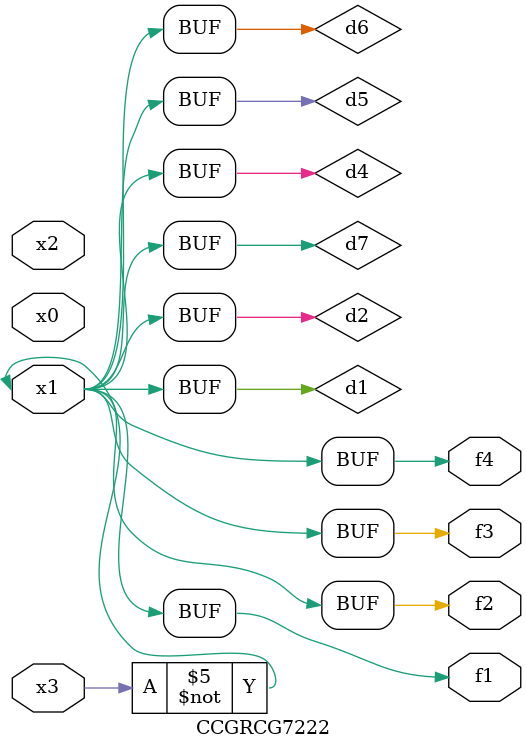
<source format=v>
module CCGRCG7222(
	input x0, x1, x2, x3,
	output f1, f2, f3, f4
);

	wire d1, d2, d3, d4, d5, d6, d7;

	not (d1, x3);
	buf (d2, x1);
	xnor (d3, d1, d2);
	nor (d4, d1);
	buf (d5, d1, d2);
	buf (d6, d4, d5);
	nand (d7, d4);
	assign f1 = d6;
	assign f2 = d7;
	assign f3 = d6;
	assign f4 = d6;
endmodule

</source>
